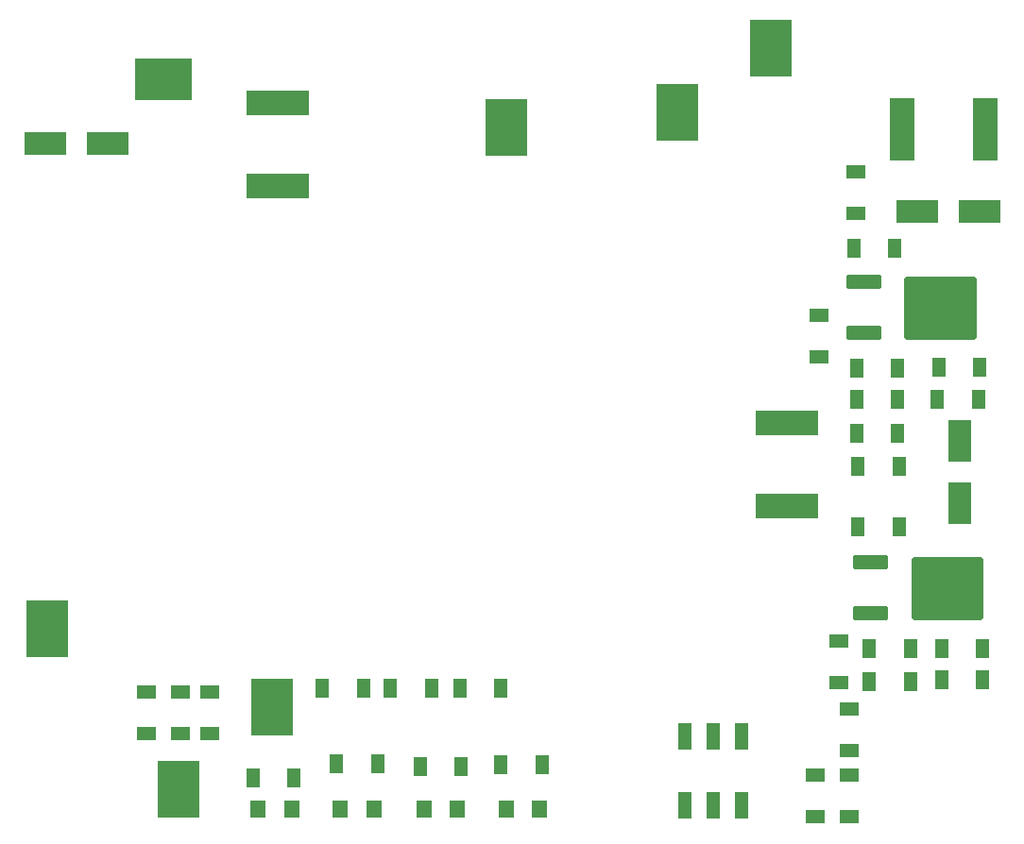
<source format=gbr>
G04 EAGLE Gerber RS-274X export*
G75*
%MOMM*%
%FSLAX34Y34*%
%LPD*%
%INSolderpaste Bottom*%
%IPPOS*%
%AMOC8*
5,1,8,0,0,1.08239X$1,22.5*%
G01*
%ADD10R,1.147000X2.408000*%
%ADD11R,3.810000X5.080000*%
%ADD12R,2.108000X3.754000*%
%ADD13R,1.800000X1.300000*%
%ADD14R,1.400000X1.600000*%
%ADD15R,1.300000X1.800000*%
%ADD16C,0.301000*%
%ADD17C,0.563000*%
%ADD18R,5.600000X2.300000*%
%ADD19R,5.080000X3.810000*%
%ADD20R,3.754000X2.108000*%
%ADD21R,2.300000X5.600000*%


D10*
X878840Y274880D03*
X878840Y212800D03*
X904240Y274880D03*
X904240Y212800D03*
X929640Y274880D03*
X929640Y212800D03*
D11*
X307340Y370840D03*
X718820Y820420D03*
X509270Y300990D03*
X425450Y227330D03*
D12*
X1125220Y483810D03*
X1125220Y539810D03*
D13*
X453390Y314410D03*
X453390Y277410D03*
X426720Y277410D03*
X426720Y314410D03*
X396240Y314410D03*
X396240Y277410D03*
D14*
X496810Y209550D03*
X526810Y209550D03*
D15*
X529040Y237490D03*
X492040Y237490D03*
D16*
X1059775Y380295D02*
X1059775Y389325D01*
X1059775Y380295D02*
X1031805Y380295D01*
X1031805Y389325D01*
X1059775Y389325D01*
X1059775Y383154D02*
X1031805Y383154D01*
X1031805Y386013D02*
X1059775Y386013D01*
X1059775Y388872D02*
X1031805Y388872D01*
D17*
X1143715Y382335D02*
X1143715Y433005D01*
X1143715Y382335D02*
X1084865Y382335D01*
X1084865Y433005D01*
X1143715Y433005D01*
X1143715Y387683D02*
X1084865Y387683D01*
X1084865Y393031D02*
X1143715Y393031D01*
X1143715Y398379D02*
X1084865Y398379D01*
X1084865Y403727D02*
X1143715Y403727D01*
X1143715Y409075D02*
X1084865Y409075D01*
X1084865Y414423D02*
X1143715Y414423D01*
X1143715Y419771D02*
X1084865Y419771D01*
X1084865Y425119D02*
X1143715Y425119D01*
X1143715Y430467D02*
X1084865Y430467D01*
D16*
X1059775Y426015D02*
X1059775Y435045D01*
X1059775Y426015D02*
X1031805Y426015D01*
X1031805Y435045D01*
X1059775Y435045D01*
X1059775Y428874D02*
X1031805Y428874D01*
X1031805Y431733D02*
X1059775Y431733D01*
X1059775Y434592D02*
X1031805Y434592D01*
D15*
X1146260Y353060D03*
X1109260Y353060D03*
X1146260Y325120D03*
X1109260Y325120D03*
D13*
X1017270Y360130D03*
X1017270Y323130D03*
X995680Y239480D03*
X995680Y202480D03*
D15*
X1071330Y462280D03*
X1034330Y462280D03*
X1044490Y353060D03*
X1081490Y353060D03*
X1044490Y323850D03*
X1081490Y323850D03*
D13*
X1026160Y262170D03*
X1026160Y299170D03*
X1026160Y202480D03*
X1026160Y239480D03*
D14*
X719060Y209550D03*
X749060Y209550D03*
D15*
X751290Y248920D03*
X714290Y248920D03*
D18*
X970280Y555160D03*
X970280Y481160D03*
D19*
X411480Y863600D03*
D20*
X362010Y806450D03*
X306010Y806450D03*
X1143060Y745490D03*
X1087060Y745490D03*
D16*
X1053425Y640785D02*
X1053425Y631755D01*
X1025455Y631755D01*
X1025455Y640785D01*
X1053425Y640785D01*
X1053425Y634614D02*
X1025455Y634614D01*
X1025455Y637473D02*
X1053425Y637473D01*
X1053425Y640332D02*
X1025455Y640332D01*
D17*
X1137365Y633795D02*
X1137365Y684465D01*
X1137365Y633795D02*
X1078515Y633795D01*
X1078515Y684465D01*
X1137365Y684465D01*
X1137365Y639143D02*
X1078515Y639143D01*
X1078515Y644491D02*
X1137365Y644491D01*
X1137365Y649839D02*
X1078515Y649839D01*
X1078515Y655187D02*
X1137365Y655187D01*
X1137365Y660535D02*
X1078515Y660535D01*
X1078515Y665883D02*
X1137365Y665883D01*
X1137365Y671231D02*
X1078515Y671231D01*
X1078515Y676579D02*
X1137365Y676579D01*
X1137365Y681927D02*
X1078515Y681927D01*
D16*
X1053425Y677475D02*
X1053425Y686505D01*
X1053425Y677475D02*
X1025455Y677475D01*
X1025455Y686505D01*
X1053425Y686505D01*
X1053425Y680334D02*
X1025455Y680334D01*
X1025455Y683193D02*
X1053425Y683193D01*
X1053425Y686052D02*
X1025455Y686052D01*
D15*
X1070060Y576580D03*
X1033060Y576580D03*
X1070060Y546100D03*
X1033060Y546100D03*
D13*
X999490Y615230D03*
X999490Y652230D03*
X1032510Y743500D03*
X1032510Y780500D03*
D15*
X1067520Y712470D03*
X1030520Y712470D03*
X1033060Y604520D03*
X1070060Y604520D03*
X1106720Y605790D03*
X1143720Y605790D03*
X1105450Y576580D03*
X1142450Y576580D03*
X1034330Y516890D03*
X1071330Y516890D03*
D14*
X645400Y209550D03*
X675400Y209550D03*
D15*
X678900Y247650D03*
X641900Y247650D03*
D21*
X1074250Y819150D03*
X1148250Y819150D03*
D18*
X514350Y842180D03*
X514350Y768180D03*
D14*
X570470Y209550D03*
X600470Y209550D03*
D15*
X603970Y250190D03*
X566970Y250190D03*
X554270Y317500D03*
X591270Y317500D03*
X615230Y317500D03*
X652230Y317500D03*
X677460Y317500D03*
X714460Y317500D03*
D11*
X872490Y834390D03*
X956310Y891540D03*
M02*

</source>
